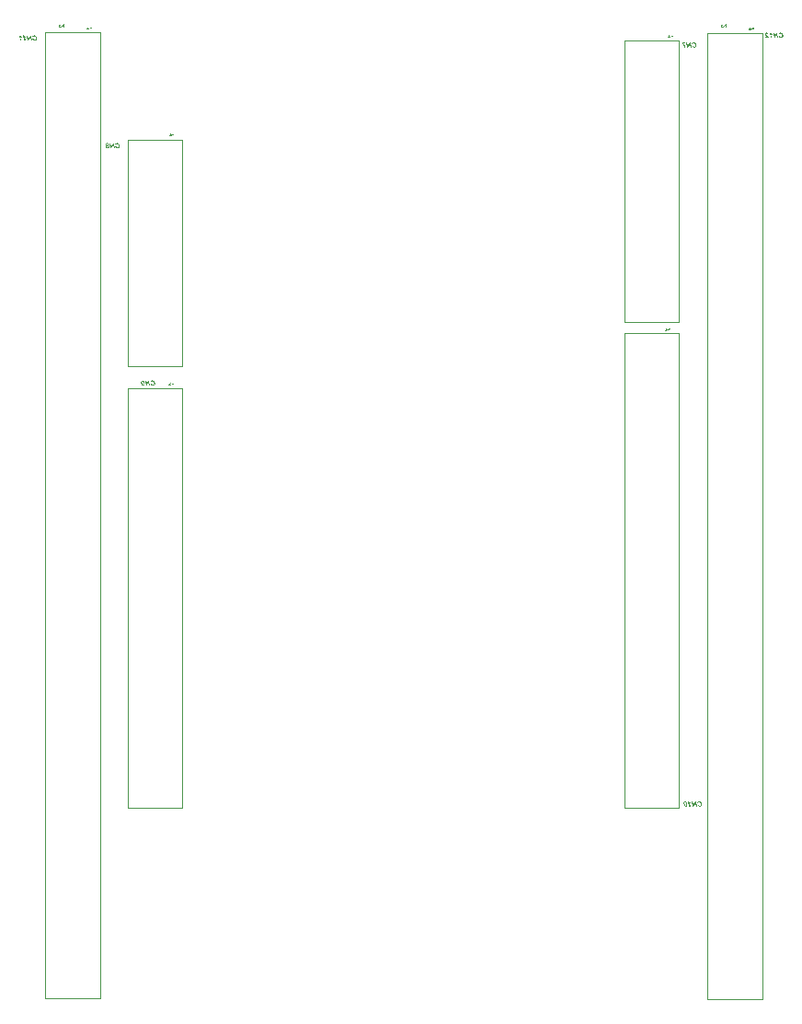
<source format=gbo>
G04*
G04 #@! TF.GenerationSoftware,Altium Limited,Altium Designer,21.9.2 (33)*
G04*
G04 Layer_Color=32896*
%FSTAX24Y24*%
%MOIN*%
G70*
G04*
G04 #@! TF.SameCoordinates,13D17465-D8B6-41DB-B493-114FC984BDD6*
G04*
G04*
G04 #@! TF.FilePolarity,Positive*
G04*
G01*
G75*
%ADD21C,0.0047*%
G36*
X036338Y049735D02*
X036342Y049735D01*
X03635Y049733D01*
X036357Y049731D01*
X03636Y049729D01*
X036363Y049728D01*
X036365Y049727D01*
X036368Y049725D01*
X03637Y049724D01*
X036371Y049723D01*
X036372Y049722D01*
X036373Y049721D01*
X036374Y049721D01*
X036374Y049721D01*
X036377Y049718D01*
X03638Y049715D01*
X036384Y049709D01*
X036388Y049702D01*
X03639Y049695D01*
X036391Y049692D01*
X036392Y049689D01*
X036393Y049687D01*
X036394Y049684D01*
X036394Y049683D01*
X036394Y049681D01*
X036395Y04968D01*
Y04968D01*
X036358Y049675D01*
X036357Y049681D01*
X036355Y049686D01*
X036353Y04969D01*
X036352Y049693D01*
X03635Y049696D01*
X036349Y049697D01*
X036348Y049699D01*
X036348Y049699D01*
X036346Y049701D01*
X036343Y049703D01*
X03634Y049704D01*
X036338Y049705D01*
X036336Y049706D01*
X036334Y049706D01*
X036332D01*
X036329Y049706D01*
X036327Y049705D01*
X036324Y049704D01*
X036322Y049703D01*
X03632Y049702D01*
X036319Y049701D01*
X036318Y0497D01*
X036318Y0497D01*
X036316Y049697D01*
X036315Y049695D01*
X036314Y049692D01*
X036313Y049689D01*
X036313Y049687D01*
X036312Y049686D01*
Y049684D01*
Y049684D01*
X036313Y049682D01*
X036313Y049679D01*
X036313Y049677D01*
X036314Y049675D01*
X036315Y049673D01*
X036315Y049672D01*
X036316Y049671D01*
X036316Y04967D01*
X036317Y049668D01*
X036319Y049665D01*
X036321Y049661D01*
X036323Y049659D01*
X036325Y049656D01*
X036327Y049654D01*
X036328Y049653D01*
X036328Y049653D01*
X036329Y049652D01*
X036331Y04965D01*
X036334Y049647D01*
X036338Y049643D01*
X036342Y049639D01*
X036346Y049635D01*
X03635Y049632D01*
X036351Y04963D01*
X036352Y049629D01*
X036352Y049629D01*
X036353Y049629D01*
X036357Y049624D01*
X036362Y04962D01*
X036365Y049616D01*
X036369Y049612D01*
X036372Y049609D01*
X036375Y049606D01*
X036378Y049604D01*
X03638Y049601D01*
X036382Y049599D01*
X036384Y049598D01*
X036385Y049596D01*
X036386Y049595D01*
X036388Y049593D01*
X036388Y049593D01*
X036391Y049589D01*
X036395Y049584D01*
X036397Y049581D01*
X0364Y049577D01*
X036402Y049574D01*
X036403Y049571D01*
X036404Y04957D01*
X036404Y04957D01*
Y049569D01*
X036406Y049565D01*
X036408Y04956D01*
X036409Y049555D01*
X036411Y049551D01*
X036411Y049548D01*
X036412Y049545D01*
Y049544D01*
X036412Y049543D01*
Y049543D01*
Y049542D01*
X036296D01*
X036289Y049577D01*
X036355D01*
X036351Y049581D01*
X03635Y049584D01*
X036348Y049586D01*
X036347Y049587D01*
X036346Y049588D01*
X036345Y049589D01*
X036345Y049589D01*
X036342Y049592D01*
X036339Y049595D01*
X036335Y049599D01*
X036331Y049602D01*
X036327Y049606D01*
X036324Y049609D01*
X036323Y04961D01*
X036322Y049611D01*
X036322Y049611D01*
X036321Y049611D01*
X036315Y049617D01*
X03631Y049622D01*
X036306Y049627D01*
X036302Y04963D01*
X036299Y049633D01*
X036297Y049635D01*
X036296Y049636D01*
X036296Y049637D01*
X036292Y049641D01*
X036289Y049646D01*
X036286Y04965D01*
X036284Y049653D01*
X036282Y049657D01*
X036281Y049659D01*
X036281Y04966D01*
X03628Y049661D01*
X036279Y049665D01*
X036278Y049669D01*
X036277Y049673D01*
X036276Y049676D01*
X036276Y049679D01*
X036276Y049682D01*
Y049683D01*
Y049684D01*
X036276Y049688D01*
X036276Y049692D01*
X036278Y049699D01*
X036281Y049705D01*
X036283Y049711D01*
X036285Y049713D01*
X036286Y049715D01*
X036288Y049716D01*
X036289Y049718D01*
X03629Y049719D01*
X036291Y04972D01*
X036291Y04972D01*
X036291Y04972D01*
X036294Y049723D01*
X036297Y049725D01*
X036301Y049727D01*
X036304Y049729D01*
X036311Y049732D01*
X036318Y049733D01*
X036321Y049734D01*
X036324Y049734D01*
X036327Y049735D01*
X036329Y049735D01*
X036331Y049735D01*
X036333D01*
X036338Y049735D01*
D02*
G37*
G36*
X036469Y04973D02*
X036475Y049725D01*
X036481Y04972D01*
X036487Y049716D01*
X036493Y049711D01*
X036499Y049707D01*
X036505Y049703D01*
X036511Y0497D01*
X036517Y049697D01*
X036522Y049694D01*
X036527Y049692D01*
X036531Y04969D01*
X036534Y049688D01*
X036536Y049687D01*
X036538Y049686D01*
X036538Y049686D01*
X036539D01*
X036546Y049652D01*
X036541Y049653D01*
X036537Y049655D01*
X036532Y049656D01*
X036528Y049658D01*
X036524Y049659D01*
X036521Y04966D01*
X03652Y04966D01*
X036519Y049661D01*
X036519Y049661D01*
X036519D01*
X036513Y049663D01*
X036508Y049666D01*
X036503Y049668D01*
X036499Y04967D01*
X036496Y049672D01*
X036493Y049674D01*
X036492Y049675D01*
X036491Y049675D01*
X036519Y049542D01*
X036482D01*
X036441Y049735D01*
X036464D01*
X036469Y04973D01*
D02*
G37*
G36*
X036759Y049542D02*
X036723D01*
X036696Y049671D01*
X036644Y049542D01*
X036607D01*
X036567Y049734D01*
X036603D01*
X036631Y049606D01*
X036683Y049734D01*
X036719D01*
X036759Y049542D01*
D02*
G37*
G36*
X036843Y049737D02*
X036848Y049737D01*
X036857Y049735D01*
X036866Y049733D01*
X03687Y049732D01*
X036874Y04973D01*
X036877Y049729D01*
X03688Y049728D01*
X036883Y049726D01*
X036885Y049725D01*
X036886Y049724D01*
X036888Y049724D01*
X036889Y049723D01*
X036889Y049723D01*
X036893Y04972D01*
X036897Y049717D01*
X036905Y049711D01*
X036911Y049704D01*
X036916Y049697D01*
X036918Y049694D01*
X03692Y049691D01*
X036922Y049688D01*
X036923Y049686D01*
X036924Y049684D01*
X036925Y049683D01*
X036926Y049682D01*
X036926Y049681D01*
X036928Y049676D01*
X03693Y049671D01*
X036933Y049661D01*
X036936Y049651D01*
X036937Y049646D01*
X036937Y049641D01*
X036938Y049637D01*
X036938Y049634D01*
X036939Y04963D01*
Y049627D01*
X036939Y049625D01*
Y049623D01*
Y049622D01*
Y049622D01*
X036939Y049614D01*
X036938Y049607D01*
X036937Y049601D01*
X036936Y049595D01*
X036934Y049589D01*
X036933Y049584D01*
X036931Y04958D01*
X036929Y049576D01*
X036927Y049572D01*
X036925Y049569D01*
X036924Y049566D01*
X036922Y049564D01*
X036921Y049562D01*
X03692Y049561D01*
X036919Y04956D01*
X036919Y04956D01*
X036915Y049556D01*
X036911Y049553D01*
X036907Y04955D01*
X036902Y049548D01*
X036898Y049546D01*
X036893Y049544D01*
X036888Y049543D01*
X036884Y049542D01*
X03688Y04954D01*
X036876Y04954D01*
X036873Y049539D01*
X03687Y049539D01*
X036867D01*
X036866Y049539D01*
X036864D01*
X036858Y049539D01*
X036853Y04954D01*
X036847Y04954D01*
X036842Y049542D01*
X036838Y049543D01*
X036833Y049544D01*
X036829Y049546D01*
X036825Y049547D01*
X036822Y049549D01*
X036819Y04955D01*
X036816Y049552D01*
X036814Y049553D01*
X036812Y049554D01*
X036811Y049555D01*
X03681Y049555D01*
X03681Y049556D01*
X036806Y049559D01*
X036801Y049563D01*
X036795Y049571D01*
X036788Y049579D01*
X036783Y049587D01*
X036781Y04959D01*
X03678Y049594D01*
X036778Y049597D01*
X036777Y0496D01*
X036776Y049602D01*
X036775Y049604D01*
X036775Y049605D01*
Y049605D01*
X036814Y049611D01*
X036817Y049604D01*
X03682Y049598D01*
X036823Y049593D01*
X036826Y049589D01*
X036829Y049586D01*
X036831Y049583D01*
X036833Y049582D01*
X036833Y049581D01*
X036834D01*
X036839Y049578D01*
X036843Y049576D01*
X036848Y049574D01*
X036852Y049573D01*
X036856Y049572D01*
X036859Y049572D01*
X03686Y049572D01*
X036862D01*
X036865Y049572D01*
X036867Y049572D01*
X036873Y049574D01*
X036877Y049576D01*
X036881Y049578D01*
X036885Y04958D01*
X036887Y049582D01*
X036888Y049584D01*
X036889Y049584D01*
X036893Y049589D01*
X036895Y049595D01*
X036897Y049601D01*
X036898Y049607D01*
X036899Y049612D01*
X036899Y049614D01*
Y049616D01*
X0369Y049618D01*
Y049619D01*
Y04962D01*
Y04962D01*
X036899Y049628D01*
X036898Y049635D01*
X036897Y049643D01*
X036896Y049649D01*
X036895Y049652D01*
X036894Y049654D01*
X036893Y049657D01*
X036893Y049658D01*
X036892Y04966D01*
X036892Y049661D01*
X036891Y049662D01*
Y049662D01*
X036888Y04967D01*
X036884Y049676D01*
X03688Y049681D01*
X036877Y049686D01*
X036874Y049689D01*
X036871Y049691D01*
X036869Y049693D01*
X036869Y049693D01*
X036869D01*
X036863Y049697D01*
X036858Y049699D01*
X036853Y049701D01*
X036848Y049702D01*
X036844Y049703D01*
X036841Y049703D01*
X03684Y049704D01*
X036838D01*
X036833Y049703D01*
X036828Y049702D01*
X036824Y049701D01*
X036821Y0497D01*
X036818Y049698D01*
X036816Y049697D01*
X036815Y049696D01*
X036814Y049696D01*
X036811Y049693D01*
X036809Y049689D01*
X036807Y049685D01*
X036805Y049681D01*
X036804Y049677D01*
X036803Y049675D01*
X036803Y049673D01*
Y049673D01*
X036802Y049672D01*
Y049672D01*
X036765Y049675D01*
X036765Y049681D01*
X036767Y049686D01*
X036768Y04969D01*
X03677Y049695D01*
X036772Y049699D01*
X036773Y049702D01*
X036775Y049706D01*
X036777Y049709D01*
X036779Y049712D01*
X036781Y049714D01*
X036783Y049716D01*
X036784Y049718D01*
X036786Y049719D01*
X036786Y04972D01*
X036787Y04972D01*
X036787Y049721D01*
X036791Y049724D01*
X036795Y049726D01*
X036799Y049729D01*
X036803Y04973D01*
X036808Y049732D01*
X036812Y049734D01*
X03682Y049735D01*
X036823Y049736D01*
X036827Y049737D01*
X03683Y049737D01*
X036832Y049737D01*
X036835Y049738D01*
X036838D01*
X036843Y049737D01*
D02*
G37*
G36*
X035757Y049925D02*
X035756Y049921D01*
X035754Y049916D01*
X035753Y049912D01*
X035752Y049908D01*
X035751Y049905D01*
X03575Y049904D01*
X03575Y049903D01*
X03575Y049903D01*
Y049903D01*
X035747Y049897D01*
X035745Y049892D01*
X035742Y049887D01*
X03574Y049883D01*
X035738Y04988D01*
X035737Y049877D01*
X035736Y049876D01*
X035736Y049876D01*
X035868Y049903D01*
Y049866D01*
X035675Y049825D01*
Y049848D01*
X035681Y049853D01*
X035686Y049859D01*
X03569Y049865D01*
X035695Y049871D01*
X035699Y049877D01*
X035703Y049883D01*
X035707Y049889D01*
X035711Y049895D01*
X035714Y049901D01*
X035717Y049906D01*
X035719Y049911D01*
X035721Y049915D01*
X035723Y049918D01*
X035724Y04992D01*
X035724Y049922D01*
X035725Y049922D01*
Y049923D01*
X035758Y04993D01*
X035757Y049925D01*
D02*
G37*
G36*
X034874Y049922D02*
X03484Y049915D01*
Y049981D01*
X034835Y049977D01*
X034833Y049975D01*
X034831Y049974D01*
X03483Y049972D01*
X034828Y049971D01*
X034828Y049971D01*
X034827Y04997D01*
X034825Y049968D01*
X034821Y049964D01*
X034818Y049961D01*
X034814Y049957D01*
X03481Y049953D01*
X034808Y04995D01*
X034807Y049949D01*
X034806Y049948D01*
X034805Y049947D01*
X034805Y049947D01*
X034799Y049941D01*
X034794Y049936D01*
X03479Y049931D01*
X034786Y049928D01*
X034784Y049925D01*
X034782Y049923D01*
X03478Y049922D01*
X03478Y049922D01*
X034775Y049918D01*
X034771Y049915D01*
X034767Y049912D01*
X034763Y04991D01*
X03476Y049908D01*
X034758Y049907D01*
X034756Y049906D01*
X034756Y049906D01*
X034751Y049905D01*
X034747Y049903D01*
X034743Y049903D01*
X03474Y049902D01*
X034737Y049902D01*
X034735Y049902D01*
X034733D01*
X034733D01*
X034729Y049902D01*
X034725Y049902D01*
X034718Y049904D01*
X034711Y049906D01*
X034706Y049909D01*
X034704Y049911D01*
X034702Y049912D01*
X0347Y049913D01*
X034699Y049915D01*
X034697Y049916D01*
X034697Y049916D01*
X034696Y049917D01*
X034696Y049917D01*
X034694Y04992D01*
X034691Y049923D01*
X034689Y049926D01*
X034687Y04993D01*
X034685Y049937D01*
X034683Y049944D01*
X034682Y049947D01*
X034682Y04995D01*
X034682Y049952D01*
X034682Y049955D01*
X034681Y049957D01*
Y049959D01*
X034682Y049964D01*
X034682Y049968D01*
X034684Y049976D01*
X034686Y049983D01*
X034687Y049986D01*
X034689Y049988D01*
X03469Y049991D01*
X034691Y049993D01*
X034692Y049995D01*
X034694Y049997D01*
X034694Y049998D01*
X034695Y049999D01*
X034695Y05D01*
X034696Y05D01*
X034699Y050003D01*
X034702Y050005D01*
X034708Y05001D01*
X034715Y050013D01*
X034722Y050016D01*
X034725Y050017D01*
X034727Y050018D01*
X03473Y050019D01*
X034732Y05002D01*
X034734Y05002D01*
X034735Y05002D01*
X034736Y05002D01*
X034736D01*
X034742Y049984D01*
X034736Y049982D01*
X034731Y049981D01*
X034727Y049979D01*
X034723Y049977D01*
X034721Y049976D01*
X034719Y049975D01*
X034718Y049974D01*
X034718Y049974D01*
X034715Y049971D01*
X034714Y049969D01*
X034712Y049966D01*
X034712Y049964D01*
X034711Y049961D01*
X034711Y04996D01*
Y049958D01*
X034711Y049955D01*
X034712Y049952D01*
X034713Y04995D01*
X034714Y049948D01*
X034715Y049946D01*
X034716Y049945D01*
X034717Y049944D01*
X034717Y049944D01*
X034719Y049942D01*
X034722Y049941D01*
X034725Y049939D01*
X034727Y049939D01*
X034729Y049938D01*
X034731Y049938D01*
X034732D01*
X034733D01*
X034735Y049938D01*
X034737Y049939D01*
X03474Y049939D01*
X034742Y04994D01*
X034743Y049941D01*
X034745Y049941D01*
X034746Y049941D01*
X034746Y049942D01*
X034749Y049943D01*
X034752Y049945D01*
X034755Y049947D01*
X034758Y049949D01*
X03476Y049951D01*
X034762Y049953D01*
X034763Y049954D01*
X034764Y049954D01*
X034765Y049955D01*
X034766Y049957D01*
X03477Y04996D01*
X034774Y049964D01*
X034778Y049968D01*
X034782Y049972D01*
X034785Y049975D01*
X034786Y049977D01*
X034787Y049978D01*
X034788Y049978D01*
X034788Y049979D01*
X034792Y049983D01*
X034797Y049987D01*
X0348Y049991D01*
X034804Y049995D01*
X034807Y049998D01*
X03481Y050001D01*
X034813Y050004D01*
X034815Y050006D01*
X034817Y050008D01*
X034819Y05001D01*
X03482Y050011D01*
X034822Y050012D01*
X034823Y050013D01*
X034824Y050014D01*
X034828Y050017D01*
X034832Y05002D01*
X034836Y050023D01*
X03484Y050026D01*
X034843Y050028D01*
X034845Y050029D01*
X034847Y05003D01*
X034847Y05003D01*
X034847D01*
X034852Y050032D01*
X034857Y050034D01*
X034861Y050035D01*
X034866Y050036D01*
X034869Y050037D01*
X034872Y050038D01*
X034873D01*
X034874Y050038D01*
X034874D01*
X034874D01*
Y049922D01*
D02*
G37*
G36*
X009419Y04963D02*
X009425Y049625D01*
X009431Y04962D01*
X009437Y049616D01*
X009443Y049611D01*
X009449Y049607D01*
X009455Y049603D01*
X009461Y0496D01*
X009467Y049597D01*
X009472Y049594D01*
X009477Y049592D01*
X009481Y04959D01*
X009484Y049588D01*
X009486Y049587D01*
X009488Y049586D01*
X009488Y049586D01*
X009489D01*
X009496Y049552D01*
X009491Y049553D01*
X009487Y049555D01*
X009482Y049556D01*
X009478Y049558D01*
X009474Y049559D01*
X009471Y04956D01*
X00947Y04956D01*
X009469Y049561D01*
X009469Y049561D01*
X009469D01*
X009463Y049563D01*
X009458Y049566D01*
X009453Y049568D01*
X009449Y04957D01*
X009446Y049572D01*
X009443Y049574D01*
X009442Y049575D01*
X009441Y049575D01*
X009469Y049442D01*
X009431D01*
X009391Y049635D01*
X009414D01*
X009419Y04963D01*
D02*
G37*
G36*
X00927D02*
X009276Y049625D01*
X009282Y04962D01*
X009288Y049616D01*
X009294Y049611D01*
X0093Y049607D01*
X009306Y049603D01*
X009312Y0496D01*
X009318Y049597D01*
X009323Y049594D01*
X009328Y049592D01*
X009332Y04959D01*
X009335Y049588D01*
X009337Y049587D01*
X009339Y049586D01*
X009339Y049586D01*
X00934D01*
X009347Y049552D01*
X009342Y049553D01*
X009338Y049555D01*
X009333Y049556D01*
X009329Y049558D01*
X009325Y049559D01*
X009322Y04956D01*
X009321Y04956D01*
X00932Y049561D01*
X00932Y049561D01*
X00932D01*
X009314Y049563D01*
X009309Y049566D01*
X009304Y049568D01*
X0093Y04957D01*
X009297Y049572D01*
X009294Y049574D01*
X009293Y049575D01*
X009292Y049575D01*
X00932Y049442D01*
X009282D01*
X009242Y049635D01*
X009265D01*
X00927Y04963D01*
D02*
G37*
G36*
X009709Y049442D02*
X009673D01*
X009646Y049571D01*
X009594Y049442D01*
X009557D01*
X009517Y049634D01*
X009553D01*
X009581Y049506D01*
X009633Y049634D01*
X009669D01*
X009709Y049442D01*
D02*
G37*
G36*
X009793Y049637D02*
X009798Y049637D01*
X009807Y049635D01*
X009816Y049633D01*
X00982Y049632D01*
X009824Y04963D01*
X009827Y049629D01*
X00983Y049628D01*
X009833Y049626D01*
X009835Y049625D01*
X009836Y049624D01*
X009838Y049624D01*
X009839Y049623D01*
X009839Y049623D01*
X009843Y04962D01*
X009847Y049617D01*
X009855Y049611D01*
X009861Y049604D01*
X009866Y049597D01*
X009868Y049594D01*
X00987Y049591D01*
X009872Y049588D01*
X009873Y049586D01*
X009874Y049584D01*
X009875Y049583D01*
X009876Y049582D01*
X009876Y049581D01*
X009878Y049576D01*
X00988Y049571D01*
X009883Y049561D01*
X009886Y049551D01*
X009887Y049546D01*
X009887Y049541D01*
X009888Y049537D01*
X009888Y049534D01*
X009889Y04953D01*
Y049527D01*
X009889Y049525D01*
Y049523D01*
Y049522D01*
Y049522D01*
X009889Y049514D01*
X009888Y049507D01*
X009887Y049501D01*
X009886Y049495D01*
X009884Y049489D01*
X009883Y049484D01*
X009881Y04948D01*
X009879Y049476D01*
X009877Y049472D01*
X009875Y049469D01*
X009874Y049466D01*
X009872Y049464D01*
X009871Y049462D01*
X00987Y049461D01*
X009869Y04946D01*
X009869Y04946D01*
X009865Y049456D01*
X009861Y049453D01*
X009857Y04945D01*
X009852Y049448D01*
X009848Y049446D01*
X009843Y049444D01*
X009838Y049443D01*
X009834Y049442D01*
X00983Y04944D01*
X009826Y04944D01*
X009823Y049439D01*
X00982Y049439D01*
X009817D01*
X009816Y049439D01*
X009814D01*
X009808Y049439D01*
X009803Y04944D01*
X009797Y04944D01*
X009792Y049442D01*
X009788Y049443D01*
X009783Y049444D01*
X009779Y049446D01*
X009775Y049447D01*
X009772Y049449D01*
X009769Y04945D01*
X009766Y049452D01*
X009764Y049453D01*
X009762Y049454D01*
X009761Y049455D01*
X00976Y049455D01*
X00976Y049456D01*
X009756Y049459D01*
X009751Y049463D01*
X009745Y049471D01*
X009738Y049479D01*
X009733Y049487D01*
X009731Y04949D01*
X00973Y049494D01*
X009728Y049497D01*
X009727Y0495D01*
X009726Y049502D01*
X009725Y049504D01*
X009725Y049505D01*
Y049505D01*
X009764Y049511D01*
X009767Y049504D01*
X00977Y049498D01*
X009773Y049493D01*
X009776Y049489D01*
X009779Y049486D01*
X009781Y049483D01*
X009783Y049482D01*
X009783Y049481D01*
X009784D01*
X009789Y049478D01*
X009793Y049476D01*
X009798Y049474D01*
X009802Y049473D01*
X009806Y049472D01*
X009809Y049472D01*
X00981Y049472D01*
X009812D01*
X009815Y049472D01*
X009817Y049472D01*
X009823Y049474D01*
X009827Y049476D01*
X009831Y049478D01*
X009835Y04948D01*
X009837Y049482D01*
X009838Y049484D01*
X009839Y049484D01*
X009843Y049489D01*
X009845Y049495D01*
X009847Y049501D01*
X009848Y049507D01*
X009849Y049512D01*
X00985Y049514D01*
Y049516D01*
X00985Y049518D01*
Y049519D01*
Y04952D01*
Y04952D01*
X00985Y049528D01*
X009848Y049535D01*
X009847Y049543D01*
X009846Y049549D01*
X009845Y049552D01*
X009844Y049554D01*
X009843Y049556D01*
X009843Y049558D01*
X009842Y04956D01*
X009842Y049561D01*
X009841Y049562D01*
Y049562D01*
X009838Y04957D01*
X009834Y049576D01*
X00983Y049581D01*
X009827Y049586D01*
X009824Y049589D01*
X009821Y049591D01*
X009819Y049593D01*
X009819Y049593D01*
X009819D01*
X009813Y049597D01*
X009808Y049599D01*
X009803Y049601D01*
X009798Y049602D01*
X009794Y049603D01*
X009791Y049603D01*
X00979Y049604D01*
X009788D01*
X009783Y049603D01*
X009778Y049602D01*
X009774Y049601D01*
X009771Y0496D01*
X009768Y049598D01*
X009766Y049597D01*
X009765Y049596D01*
X009764Y049596D01*
X009761Y049593D01*
X009759Y049589D01*
X009757Y049585D01*
X009755Y049581D01*
X009754Y049577D01*
X009753Y049575D01*
X009753Y049573D01*
Y049573D01*
X009752Y049572D01*
Y049572D01*
X009715Y049575D01*
X009715Y049581D01*
X009717Y049586D01*
X009718Y04959D01*
X00972Y049595D01*
X009722Y049599D01*
X009723Y049602D01*
X009725Y049606D01*
X009727Y049609D01*
X009729Y049612D01*
X009731Y049614D01*
X009733Y049616D01*
X009734Y049618D01*
X009736Y049619D01*
X009736Y04962D01*
X009737Y04962D01*
X009737Y049621D01*
X009741Y049624D01*
X009745Y049626D01*
X009749Y049629D01*
X009753Y04963D01*
X009758Y049632D01*
X009762Y049634D01*
X00977Y049635D01*
X009773Y049636D01*
X009777Y049637D01*
X00978Y049637D01*
X009782Y049637D01*
X009785Y049638D01*
X009788D01*
X009793Y049637D01*
D02*
G37*
G36*
X011757Y049935D02*
X011756Y049931D01*
X011754Y049926D01*
X011753Y049922D01*
X011752Y049918D01*
X011751Y049915D01*
X01175Y049914D01*
X01175Y049913D01*
X01175Y049913D01*
Y049913D01*
X011747Y049907D01*
X011745Y049902D01*
X011742Y049897D01*
X01174Y049893D01*
X011738Y04989D01*
X011737Y049887D01*
X011736Y049886D01*
X011736Y049885D01*
X011868Y049913D01*
Y049875D01*
X011675Y049835D01*
Y049858D01*
X011681Y049863D01*
X011686Y049868D01*
X01169Y049875D01*
X011695Y049881D01*
X011699Y049887D01*
X011703Y049893D01*
X011707Y049899D01*
X011711Y049905D01*
X011714Y049911D01*
X011717Y049916D01*
X011719Y049921D01*
X011721Y049924D01*
X011723Y049928D01*
X011724Y04993D01*
X011724Y049932D01*
X011725Y049932D01*
Y049932D01*
X011758Y04994D01*
X011757Y049935D01*
D02*
G37*
G36*
X010874Y049932D02*
X01084Y049924D01*
Y049991D01*
X010835Y049987D01*
X010833Y049985D01*
X010831Y049984D01*
X01083Y049982D01*
X010828Y049981D01*
X010828Y049981D01*
X010827Y04998D01*
X010825Y049978D01*
X010821Y049974D01*
X010818Y04997D01*
X010814Y049966D01*
X01081Y049963D01*
X010808Y04996D01*
X010807Y049959D01*
X010806Y049958D01*
X010805Y049957D01*
X010805Y049957D01*
X010799Y049951D01*
X010794Y049946D01*
X01079Y049941D01*
X010786Y049938D01*
X010784Y049935D01*
X010782Y049933D01*
X01078Y049932D01*
X01078Y049932D01*
X010775Y049928D01*
X010771Y049925D01*
X010767Y049922D01*
X010763Y04992D01*
X01076Y049918D01*
X010758Y049917D01*
X010756Y049916D01*
X010756Y049916D01*
X010751Y049914D01*
X010747Y049913D01*
X010743Y049912D01*
X01074Y049912D01*
X010737Y049912D01*
X010735Y049911D01*
X010733D01*
X010733D01*
X010729Y049912D01*
X010725Y049912D01*
X010718Y049914D01*
X010711Y049916D01*
X010706Y049919D01*
X010704Y04992D01*
X010702Y049922D01*
X0107Y049923D01*
X010699Y049924D01*
X010697Y049925D01*
X010697Y049926D01*
X010696Y049927D01*
X010696Y049927D01*
X010694Y04993D01*
X010691Y049933D01*
X010689Y049936D01*
X010687Y04994D01*
X010685Y049947D01*
X010683Y049954D01*
X010682Y049957D01*
X010682Y04996D01*
X010682Y049962D01*
X010682Y049965D01*
X010681Y049966D01*
Y049969D01*
X010682Y049973D01*
X010682Y049978D01*
X010684Y049986D01*
X010686Y049993D01*
X010687Y049996D01*
X010689Y049998D01*
X01069Y050001D01*
X010691Y050003D01*
X010692Y050005D01*
X010694Y050007D01*
X010694Y050008D01*
X010695Y050009D01*
X010695Y050009D01*
X010696Y05001D01*
X010699Y050012D01*
X010702Y050015D01*
X010708Y05002D01*
X010715Y050023D01*
X010722Y050026D01*
X010725Y050027D01*
X010727Y050028D01*
X01073Y050029D01*
X010732Y050029D01*
X010734Y05003D01*
X010735Y05003D01*
X010736Y05003D01*
X010736D01*
X010742Y049994D01*
X010736Y049992D01*
X010731Y049991D01*
X010726Y049989D01*
X010723Y049987D01*
X010721Y049986D01*
X010719Y049985D01*
X010718Y049984D01*
X010718Y049984D01*
X010715Y049981D01*
X010714Y049978D01*
X010712Y049976D01*
X010712Y049973D01*
X010711Y049971D01*
X010711Y04997D01*
Y049968D01*
X010711Y049965D01*
X010712Y049962D01*
X010713Y04996D01*
X010714Y049958D01*
X010715Y049956D01*
X010716Y049955D01*
X010717Y049954D01*
X010717Y049954D01*
X010719Y049952D01*
X010722Y04995D01*
X010725Y049949D01*
X010727Y049949D01*
X010729Y049948D01*
X010731Y049948D01*
X010732D01*
X010733D01*
X010735Y049948D01*
X010737Y049948D01*
X01074Y049949D01*
X010742Y04995D01*
X010743Y04995D01*
X010745Y049951D01*
X010746Y049951D01*
X010746Y049952D01*
X010749Y049953D01*
X010752Y049955D01*
X010755Y049957D01*
X010758Y049959D01*
X01076Y049961D01*
X010762Y049963D01*
X010763Y049964D01*
X010764Y049964D01*
X010765Y049965D01*
X010766Y049966D01*
X01077Y04997D01*
X010774Y049974D01*
X010778Y049978D01*
X010782Y049982D01*
X010785Y049985D01*
X010786Y049986D01*
X010787Y049988D01*
X010788Y049988D01*
X010788Y049988D01*
X010792Y049993D01*
X010797Y049997D01*
X0108Y050001D01*
X010804Y050005D01*
X010807Y050008D01*
X01081Y050011D01*
X010813Y050014D01*
X010815Y050016D01*
X010817Y050018D01*
X010819Y050019D01*
X01082Y050021D01*
X010822Y050022D01*
X010823Y050023D01*
X010824Y050024D01*
X010828Y050027D01*
X010832Y05003D01*
X010836Y050033D01*
X01084Y050035D01*
X010843Y050037D01*
X010845Y050039D01*
X010847Y05004D01*
X010847Y05004D01*
X010847D01*
X010852Y050042D01*
X010857Y050044D01*
X010861Y050045D01*
X010866Y050046D01*
X010869Y050047D01*
X010872Y050048D01*
X010873D01*
X010874Y050048D01*
X010874D01*
X010874D01*
Y049932D01*
D02*
G37*
G36*
X033519Y02188D02*
X033525Y021875D01*
X033531Y02187D01*
X033537Y021865D01*
X033543Y021861D01*
X033549Y021857D01*
X033555Y021853D01*
X033561Y02185D01*
X033567Y021847D01*
X033572Y021844D01*
X033577Y021842D01*
X033581Y02184D01*
X033584Y021838D01*
X033586Y021837D01*
X033588Y021836D01*
X033588Y021836D01*
X033589D01*
X033596Y021802D01*
X033591Y021803D01*
X033587Y021805D01*
X033582Y021806D01*
X033578Y021808D01*
X033574Y021809D01*
X033571Y02181D01*
X03357Y02181D01*
X033569Y021811D01*
X033569Y021811D01*
X033569D01*
X033563Y021813D01*
X033558Y021816D01*
X033553Y021818D01*
X033549Y02182D01*
X033546Y021822D01*
X033543Y021824D01*
X033542Y021825D01*
X033541Y021825D01*
X033569Y021692D01*
X033531D01*
X033491Y021885D01*
X033514D01*
X033519Y02188D01*
D02*
G37*
G36*
X033809Y021692D02*
X033773D01*
X033746Y021821D01*
X033694Y021692D01*
X033657D01*
X033617Y021884D01*
X033653D01*
X033681Y021756D01*
X033733Y021884D01*
X033769D01*
X033809Y021692D01*
D02*
G37*
G36*
X033893Y021887D02*
X033898Y021887D01*
X033907Y021885D01*
X033916Y021883D01*
X03392Y021882D01*
X033924Y02188D01*
X033927Y021879D01*
X03393Y021878D01*
X033933Y021876D01*
X033935Y021875D01*
X033936Y021874D01*
X033938Y021874D01*
X033939Y021873D01*
X033939Y021873D01*
X033943Y02187D01*
X033947Y021867D01*
X033955Y021861D01*
X033961Y021854D01*
X033966Y021847D01*
X033968Y021844D01*
X03397Y021841D01*
X033972Y021838D01*
X033973Y021836D01*
X033974Y021834D01*
X033975Y021833D01*
X033976Y021832D01*
X033976Y021831D01*
X033978Y021826D01*
X03398Y021821D01*
X033983Y021811D01*
X033986Y021801D01*
X033987Y021796D01*
X033987Y021791D01*
X033988Y021787D01*
X033988Y021784D01*
X033989Y02178D01*
Y021777D01*
X033989Y021775D01*
Y021773D01*
Y021772D01*
Y021772D01*
X033989Y021764D01*
X033988Y021757D01*
X033987Y021751D01*
X033986Y021745D01*
X033984Y021739D01*
X033983Y021734D01*
X033981Y02173D01*
X033979Y021726D01*
X033977Y021722D01*
X033975Y021719D01*
X033974Y021716D01*
X033972Y021714D01*
X033971Y021712D01*
X03397Y021711D01*
X033969Y02171D01*
X033969Y02171D01*
X033965Y021706D01*
X033961Y021703D01*
X033957Y0217D01*
X033952Y021698D01*
X033948Y021696D01*
X033943Y021694D01*
X033938Y021693D01*
X033934Y021692D01*
X03393Y02169D01*
X033926Y02169D01*
X033923Y021689D01*
X03392Y021689D01*
X033917D01*
X033916Y021689D01*
X033914D01*
X033908Y021689D01*
X033903Y02169D01*
X033897Y02169D01*
X033892Y021692D01*
X033888Y021693D01*
X033883Y021694D01*
X033879Y021696D01*
X033875Y021697D01*
X033872Y021699D01*
X033869Y0217D01*
X033866Y021702D01*
X033864Y021703D01*
X033862Y021704D01*
X033861Y021705D01*
X03386Y021705D01*
X03386Y021706D01*
X033856Y021709D01*
X033851Y021713D01*
X033845Y021721D01*
X033838Y021729D01*
X033833Y021737D01*
X033831Y02174D01*
X03383Y021744D01*
X033828Y021747D01*
X033827Y02175D01*
X033826Y021752D01*
X033825Y021754D01*
X033825Y021755D01*
Y021755D01*
X033864Y021761D01*
X033867Y021754D01*
X03387Y021748D01*
X033873Y021743D01*
X033876Y021739D01*
X033879Y021736D01*
X033881Y021733D01*
X033883Y021732D01*
X033883Y021731D01*
X033884D01*
X033889Y021728D01*
X033893Y021726D01*
X033898Y021724D01*
X033902Y021723D01*
X033906Y021722D01*
X033909Y021722D01*
X03391Y021722D01*
X033912D01*
X033915Y021722D01*
X033917Y021722D01*
X033923Y021724D01*
X033927Y021726D01*
X033931Y021728D01*
X033935Y02173D01*
X033937Y021732D01*
X033938Y021734D01*
X033939Y021734D01*
X033943Y021739D01*
X033945Y021745D01*
X033947Y021751D01*
X033948Y021757D01*
X033949Y021762D01*
X033949Y021764D01*
Y021766D01*
X03395Y021768D01*
Y021769D01*
Y02177D01*
Y02177D01*
X033949Y021778D01*
X033948Y021785D01*
X033947Y021793D01*
X033946Y021799D01*
X033945Y021802D01*
X033944Y021804D01*
X033943Y021806D01*
X033943Y021808D01*
X033942Y02181D01*
X033942Y021811D01*
X033941Y021812D01*
Y021812D01*
X033938Y02182D01*
X033934Y021826D01*
X03393Y021831D01*
X033927Y021836D01*
X033924Y021839D01*
X033921Y021841D01*
X033919Y021843D01*
X033919Y021843D01*
X033919D01*
X033913Y021847D01*
X033908Y021849D01*
X033903Y021851D01*
X033898Y021852D01*
X033894Y021853D01*
X033891Y021853D01*
X03389Y021854D01*
X033888D01*
X033883Y021853D01*
X033878Y021852D01*
X033874Y021851D01*
X033871Y02185D01*
X033868Y021848D01*
X033866Y021847D01*
X033865Y021846D01*
X033864Y021846D01*
X033861Y021843D01*
X033859Y021839D01*
X033857Y021835D01*
X033855Y021831D01*
X033854Y021827D01*
X033853Y021825D01*
X033853Y021823D01*
Y021823D01*
X033852Y021822D01*
Y021822D01*
X033815Y021825D01*
X033815Y021831D01*
X033817Y021836D01*
X033818Y02184D01*
X03382Y021845D01*
X033822Y021849D01*
X033823Y021852D01*
X033825Y021856D01*
X033827Y021859D01*
X033829Y021862D01*
X033831Y021864D01*
X033833Y021866D01*
X033834Y021868D01*
X033836Y021869D01*
X033836Y02187D01*
X033837Y02187D01*
X033837Y021871D01*
X033841Y021874D01*
X033845Y021876D01*
X033849Y021879D01*
X033853Y02188D01*
X033858Y021882D01*
X033862Y021884D01*
X03387Y021885D01*
X033873Y021886D01*
X033877Y021887D01*
X03388Y021887D01*
X033882Y021887D01*
X033885Y021888D01*
X033888D01*
X033893Y021887D01*
D02*
G37*
G36*
X033383Y021885D02*
X033387Y021884D01*
X033391Y021884D01*
X033395Y021882D01*
X033402Y02188D01*
X033409Y021876D01*
X033411Y021875D01*
X033414Y021873D01*
X033416Y021872D01*
X033418Y02187D01*
X033419Y021869D01*
X03342Y021868D01*
X033421Y021868D01*
X033421Y021867D01*
X033424Y021864D01*
X033428Y02186D01*
X033431Y021856D01*
X033434Y021851D01*
X033439Y021843D01*
X033443Y021834D01*
X033445Y02183D01*
X033447Y021826D01*
X033449Y021822D01*
X03345Y021819D01*
X033451Y021817D01*
X033451Y021815D01*
X033452Y021814D01*
X033452Y021813D01*
X033455Y021802D01*
X033458Y021792D01*
X033459Y021782D01*
X03346Y021777D01*
X033461Y021773D01*
X033461Y021769D01*
X033461Y021765D01*
X033461Y021762D01*
Y021759D01*
X033462Y021757D01*
Y021756D01*
Y021755D01*
Y021754D01*
X033461Y021749D01*
X033461Y021743D01*
X03346Y021738D01*
X033459Y021733D01*
X033458Y021729D01*
X033457Y021725D01*
X033456Y021721D01*
X033454Y021718D01*
X033453Y021715D01*
X033451Y021713D01*
X03345Y021711D01*
X033449Y021709D01*
X033448Y021707D01*
X033447Y021707D01*
X033447Y021706D01*
X033447Y021706D01*
X033444Y021703D01*
X033441Y0217D01*
X033438Y021698D01*
X033434Y021696D01*
X033431Y021694D01*
X033428Y021693D01*
X033422Y021691D01*
X033416Y02169D01*
X033414Y021689D01*
X033412Y021689D01*
X03341Y021689D01*
X033408D01*
X033404Y021689D01*
X0334Y02169D01*
X033395Y02169D01*
X033392Y021692D01*
X033385Y021694D01*
X033378Y021698D01*
X033376Y021699D01*
X033373Y021701D01*
X033371Y021702D01*
X033369Y021703D01*
X033368Y021705D01*
X033367Y021705D01*
X033366Y021706D01*
X033366Y021706D01*
X033363Y02171D01*
X033359Y021713D01*
X033354Y021721D01*
X033349Y02173D01*
X033344Y021738D01*
X033343Y021742D01*
X033341Y021745D01*
X03334Y021748D01*
X033338Y021751D01*
X033338Y021753D01*
X033337Y021755D01*
X033336Y021756D01*
Y021756D01*
X033333Y021769D01*
X03333Y02178D01*
X033329Y021785D01*
X033328Y021791D01*
X033327Y021795D01*
X033327Y0218D01*
X033326Y021804D01*
X033326Y021808D01*
X033326Y021811D01*
Y021814D01*
X033325Y021816D01*
Y021818D01*
Y021819D01*
Y021819D01*
X033326Y021825D01*
X033326Y02183D01*
X033327Y021835D01*
X033328Y02184D01*
X033329Y021844D01*
X03333Y021849D01*
X033332Y021852D01*
X033333Y021856D01*
X033335Y021859D01*
X033336Y021861D01*
X033337Y021863D01*
X033338Y021865D01*
X033339Y021866D01*
X03334Y021867D01*
X03334Y021868D01*
X033341Y021868D01*
X033343Y021871D01*
X033346Y021874D01*
X03335Y021876D01*
X033353Y021878D01*
X033356Y02188D01*
X033359Y021881D01*
X033365Y021883D01*
X033371Y021884D01*
X033373Y021885D01*
X033375Y021885D01*
X033377Y021885D01*
X033379D01*
X033383Y021885D01*
D02*
G37*
G36*
X03274Y039034D02*
X032738Y039029D01*
X032737Y039025D01*
X032736Y039021D01*
X032734Y039017D01*
X032733Y039014D01*
X032733Y039013D01*
X032733Y039012D01*
X032732Y039012D01*
Y039011D01*
X03273Y039006D01*
X032727Y039001D01*
X032725Y038996D01*
X032723Y038992D01*
X032721Y038989D01*
X03272Y038986D01*
X032719Y038985D01*
X032718Y038984D01*
X032851Y039012D01*
Y038974D01*
X032658Y038934D01*
Y038957D01*
X032663Y038962D01*
X032668Y038967D01*
X032673Y038973D01*
X032678Y03898D01*
X032682Y038986D01*
X032686Y038992D01*
X03269Y038998D01*
X032693Y039004D01*
X032697Y039009D01*
X032699Y039015D01*
X032702Y039019D01*
X032704Y039023D01*
X032705Y039027D01*
X032707Y039029D01*
X032707Y039031D01*
X032707Y039031D01*
Y039031D01*
X032741Y039039D01*
X03274Y039034D01*
D02*
G37*
G36*
X013994Y036941D02*
X013958D01*
X01393Y037069D01*
X013878Y036941D01*
X013842D01*
X013802Y037132D01*
X013838D01*
X013865Y037004D01*
X013917Y037132D01*
X013954D01*
X013994Y036941D01*
D02*
G37*
G36*
X013724Y037133D02*
X013729Y037132D01*
X013734Y037131D01*
X013739Y03713D01*
X013743Y037128D01*
X013747Y037126D01*
X013751Y037124D01*
X013754Y037122D01*
X013758Y03712D01*
X01376Y037118D01*
X013762Y037116D01*
X013764Y037114D01*
X013766Y037113D01*
X013767Y037112D01*
X013767Y037111D01*
X013767Y03711D01*
X013771Y037106D01*
X013774Y037102D01*
X013776Y037097D01*
X013778Y037092D01*
X01378Y037088D01*
X013781Y037084D01*
X013784Y037076D01*
X013784Y037072D01*
X013785Y037069D01*
X013785Y037066D01*
X013785Y037063D01*
X013786Y037061D01*
Y037059D01*
Y037058D01*
Y037058D01*
X013785Y037053D01*
X013785Y037049D01*
X013784Y037044D01*
X013784Y037041D01*
X013782Y037037D01*
X013781Y037033D01*
X01378Y03703D01*
X013779Y037027D01*
X013777Y037025D01*
X013776Y037023D01*
X013775Y037021D01*
X013774Y037019D01*
X013773Y037018D01*
X013772Y037017D01*
X013772Y037017D01*
X013771Y037017D01*
X013769Y037014D01*
X013766Y037012D01*
X013763Y03701D01*
X013759Y037008D01*
X013753Y037005D01*
X013748Y037004D01*
X013743Y037002D01*
X01374Y037002D01*
X013738Y037002D01*
X013737Y037002D01*
X013735D01*
X01373Y037002D01*
X013725Y037003D01*
X013721Y037004D01*
X013717Y037005D01*
X013713Y037007D01*
X013711Y037008D01*
X01371Y037009D01*
X013709Y037009D01*
X01371Y037005D01*
X013712Y037001D01*
X013713Y036997D01*
X013714Y036994D01*
X013716Y03699D01*
X013717Y036988D01*
X013719Y036985D01*
X01372Y036983D01*
X013721Y036981D01*
X013722Y036979D01*
X013725Y036976D01*
X013726Y036975D01*
X013726Y036974D01*
X013729Y036972D01*
X013732Y03697D01*
X013735Y036969D01*
X013737Y036968D01*
X01374Y036967D01*
X013741Y036967D01*
X013743D01*
X013746Y036967D01*
X013748Y036968D01*
X01375Y036968D01*
X013752Y036969D01*
X013753Y03697D01*
X013754Y036971D01*
X013755Y036971D01*
X013755Y036971D01*
X013756Y036973D01*
X013758Y036976D01*
X013759Y036981D01*
X01376Y036984D01*
X01376Y036985D01*
X01376Y036987D01*
Y036987D01*
X013795Y036984D01*
X013794Y036976D01*
X013793Y036969D01*
X01379Y036964D01*
X013788Y036959D01*
X013785Y036955D01*
X013784Y036953D01*
X013783Y036952D01*
X013782Y036951D01*
X013782Y03695D01*
X013781Y03695D01*
Y036949D01*
X013779Y036947D01*
X013776Y036945D01*
X01377Y036942D01*
X013764Y03694D01*
X013758Y036939D01*
X013753Y036938D01*
X013751Y036937D01*
X013749D01*
X013748Y036937D01*
X013746D01*
X013739Y036937D01*
X013733Y036939D01*
X013726Y03694D01*
X013721Y036943D01*
X013715Y036945D01*
X01371Y036948D01*
X013706Y036952D01*
X013702Y036955D01*
X013698Y036958D01*
X013695Y036961D01*
X013692Y036964D01*
X01369Y036967D01*
X013688Y036969D01*
X013687Y036971D01*
X013686Y036972D01*
X013686Y036973D01*
X013682Y03698D01*
X013678Y036987D01*
X013675Y036994D01*
X013672Y037002D01*
X01367Y037009D01*
X013668Y037016D01*
X013667Y037023D01*
X013666Y03703D01*
X013665Y037036D01*
X013664Y037042D01*
X013664Y037047D01*
X013663Y037052D01*
Y037055D01*
X013663Y037058D01*
Y037059D01*
Y03706D01*
Y03706D01*
Y03706D01*
X013663Y037066D01*
X013663Y037072D01*
X013664Y037078D01*
X013665Y037083D01*
X013666Y037087D01*
X013667Y037092D01*
X013669Y037096D01*
X01367Y037099D01*
X013671Y037103D01*
X013673Y037105D01*
X013674Y037108D01*
X013675Y03711D01*
X013676Y037112D01*
X013677Y037113D01*
X013677Y037113D01*
X013677Y037113D01*
X01368Y037117D01*
X013683Y03712D01*
X013686Y037123D01*
X01369Y037125D01*
X013693Y037127D01*
X013697Y037128D01*
X0137Y03713D01*
X013703Y037131D01*
X013706Y037132D01*
X013709Y037132D01*
X013712Y037133D01*
X013714Y037133D01*
X013716Y037133D01*
X013718D01*
X013724Y037133D01*
D02*
G37*
G36*
X014078Y037136D02*
X014083Y037135D01*
X014092Y037134D01*
X014101Y037131D01*
X014105Y03713D01*
X014108Y037129D01*
X014112Y037127D01*
X014115Y037126D01*
X014117Y037125D01*
X01412Y037123D01*
X014121Y037123D01*
X014123Y037122D01*
X014123Y037122D01*
X014124Y037121D01*
X014128Y037118D01*
X014132Y037115D01*
X014139Y037109D01*
X014146Y037102D01*
X014151Y037095D01*
X014153Y037092D01*
X014155Y037089D01*
X014157Y037086D01*
X014158Y037084D01*
X014159Y037082D01*
X01416Y037081D01*
X01416Y03708D01*
X014161Y03708D01*
X014163Y037074D01*
X014165Y037069D01*
X014168Y037059D01*
X01417Y037049D01*
X014171Y037044D01*
X014172Y03704D01*
X014172Y037035D01*
X014173Y037032D01*
X014173Y037028D01*
Y037025D01*
X014174Y037023D01*
Y037021D01*
Y03702D01*
Y03702D01*
X014173Y037012D01*
X014173Y037006D01*
X014172Y036999D01*
X014171Y036993D01*
X014169Y036988D01*
X014167Y036982D01*
X014166Y036978D01*
X014164Y036974D01*
X014162Y03697D01*
X01416Y036967D01*
X014158Y036964D01*
X014157Y036962D01*
X014156Y03696D01*
X014155Y036959D01*
X014154Y036958D01*
X014154Y036958D01*
X01415Y036954D01*
X014146Y036951D01*
X014141Y036948D01*
X014137Y036946D01*
X014132Y036944D01*
X014128Y036942D01*
X014123Y036941D01*
X014119Y03694D01*
X014115Y036939D01*
X014111Y036938D01*
X014108Y036938D01*
X014105Y036937D01*
X014102D01*
X0141Y036937D01*
X014099D01*
X014093Y036937D01*
X014087Y036938D01*
X014082Y036939D01*
X014077Y03694D01*
X014072Y036941D01*
X014068Y036942D01*
X014064Y036944D01*
X01406Y036946D01*
X014057Y036947D01*
X014053Y036949D01*
X014051Y03695D01*
X014049Y036951D01*
X014047Y036952D01*
X014046Y036953D01*
X014045Y036954D01*
X014044Y036954D01*
X01404Y036957D01*
X014036Y036961D01*
X014029Y036969D01*
X014023Y036977D01*
X014018Y036985D01*
X014016Y036989D01*
X014014Y036992D01*
X014013Y036995D01*
X014012Y036998D01*
X01401Y037D01*
X01401Y037002D01*
X014009Y037003D01*
Y037003D01*
X014049Y037009D01*
X014052Y037002D01*
X014055Y036996D01*
X014058Y036991D01*
X014061Y036987D01*
X014064Y036984D01*
X014066Y036982D01*
X014068Y03698D01*
X014068Y03698D01*
X014068D01*
X014073Y036976D01*
X014078Y036974D01*
X014083Y036972D01*
X014087Y036971D01*
X014091Y036971D01*
X014094Y03697D01*
X014095Y03697D01*
X014096D01*
X014099Y03697D01*
X014102Y036971D01*
X014107Y036972D01*
X014112Y036974D01*
X014116Y036976D01*
X014119Y036979D01*
X014122Y036981D01*
X014123Y036982D01*
X014124Y036982D01*
X014127Y036988D01*
X01413Y036994D01*
X014132Y036999D01*
X014133Y037005D01*
X014134Y03701D01*
X014134Y037012D01*
Y037014D01*
X014135Y037016D01*
Y037017D01*
Y037018D01*
Y037018D01*
X014134Y037026D01*
X014133Y037034D01*
X014132Y037041D01*
X01413Y037047D01*
X01413Y03705D01*
X014129Y037053D01*
X014128Y037055D01*
X014128Y037057D01*
X014127Y037058D01*
X014126Y037059D01*
X014126Y03706D01*
Y03706D01*
X014123Y037068D01*
X014119Y037074D01*
X014115Y03708D01*
X014112Y037084D01*
X014108Y037087D01*
X014106Y03709D01*
X014104Y037091D01*
X014104Y037092D01*
X014103D01*
X014098Y037095D01*
X014093Y037097D01*
X014088Y037099D01*
X014083Y0371D01*
X014079Y037101D01*
X014076Y037102D01*
X014075Y037102D01*
X014073D01*
X014068Y037102D01*
X014063Y037101D01*
X014059Y037099D01*
X014056Y037098D01*
X014053Y037097D01*
X014051Y037095D01*
X014049Y037094D01*
X014049Y037094D01*
X014046Y037091D01*
X014044Y037087D01*
X014041Y037083D01*
X01404Y037079D01*
X014038Y037076D01*
X014038Y037073D01*
X014037Y037072D01*
Y037071D01*
X014037Y03707D01*
Y03707D01*
X013999Y037074D01*
X014Y037079D01*
X014001Y037084D01*
X014003Y037089D01*
X014004Y037093D01*
X014006Y037097D01*
X014008Y037101D01*
X01401Y037104D01*
X014012Y037107D01*
X014014Y03711D01*
X014016Y037112D01*
X014018Y037114D01*
X014019Y037116D01*
X01402Y037117D01*
X014021Y037118D01*
X014022Y037119D01*
X014022Y037119D01*
X014026Y037122D01*
X01403Y037125D01*
X014034Y037127D01*
X014038Y037129D01*
X014042Y03713D01*
X014046Y037132D01*
X014054Y037134D01*
X014058Y037135D01*
X014062Y037135D01*
X014065Y037135D01*
X014067Y037136D01*
X014069Y037136D01*
X014072D01*
X014078Y037136D01*
D02*
G37*
G36*
X014742Y037046D02*
X01474Y037041D01*
X014739Y037036D01*
X014738Y037032D01*
X014736Y037029D01*
X014735Y037026D01*
X014735Y037025D01*
X014735Y037024D01*
X014734Y037023D01*
Y037023D01*
X014732Y037018D01*
X014729Y037012D01*
X014727Y037008D01*
X014725Y037004D01*
X014723Y037D01*
X014722Y036998D01*
X01472Y036997D01*
X01472Y036996D01*
X014853Y037024D01*
Y036986D01*
X01466Y036946D01*
Y036968D01*
X014665Y036974D01*
X01467Y036979D01*
X014675Y036985D01*
X01468Y036991D01*
X014684Y036997D01*
X014688Y037004D01*
X014692Y03701D01*
X014695Y037016D01*
X014699Y037021D01*
X014701Y037027D01*
X014704Y037031D01*
X014706Y037035D01*
X014707Y037038D01*
X014709Y037041D01*
X014709Y037043D01*
X014709Y037043D01*
Y037043D01*
X014743Y03705D01*
X014742Y037046D01*
D02*
G37*
G36*
X012709Y045542D02*
X012673D01*
X012646Y045671D01*
X012594Y045542D01*
X012557D01*
X012517Y045734D01*
X012553D01*
X012581Y045606D01*
X012633Y045734D01*
X012669D01*
X012709Y045542D01*
D02*
G37*
G36*
X012793Y045737D02*
X012798Y045737D01*
X012807Y045735D01*
X012816Y045733D01*
X01282Y045732D01*
X012824Y04573D01*
X012827Y045729D01*
X01283Y045728D01*
X012833Y045726D01*
X012835Y045725D01*
X012836Y045724D01*
X012838Y045724D01*
X012839Y045723D01*
X012839Y045723D01*
X012843Y04572D01*
X012847Y045717D01*
X012855Y045711D01*
X012861Y045704D01*
X012866Y045697D01*
X012868Y045694D01*
X01287Y045691D01*
X012872Y045688D01*
X012873Y045686D01*
X012874Y045684D01*
X012875Y045683D01*
X012876Y045682D01*
X012876Y045681D01*
X012878Y045676D01*
X01288Y045671D01*
X012883Y045661D01*
X012886Y045651D01*
X012887Y045646D01*
X012887Y045641D01*
X012888Y045637D01*
X012888Y045634D01*
X012889Y04563D01*
Y045627D01*
X012889Y045625D01*
Y045623D01*
Y045622D01*
Y045622D01*
X012889Y045614D01*
X012888Y045607D01*
X012887Y045601D01*
X012886Y045595D01*
X012884Y045589D01*
X012883Y045584D01*
X012881Y04558D01*
X012879Y045576D01*
X012877Y045572D01*
X012875Y045569D01*
X012874Y045566D01*
X012872Y045564D01*
X012871Y045562D01*
X01287Y045561D01*
X012869Y04556D01*
X012869Y04556D01*
X012865Y045556D01*
X012861Y045553D01*
X012857Y04555D01*
X012852Y045548D01*
X012848Y045546D01*
X012843Y045544D01*
X012838Y045543D01*
X012834Y045542D01*
X01283Y04554D01*
X012826Y04554D01*
X012823Y045539D01*
X01282Y045539D01*
X012817D01*
X012816Y045539D01*
X012814D01*
X012808Y045539D01*
X012803Y04554D01*
X012797Y04554D01*
X012792Y045542D01*
X012788Y045543D01*
X012783Y045544D01*
X012779Y045546D01*
X012775Y045547D01*
X012772Y045549D01*
X012769Y04555D01*
X012766Y045552D01*
X012764Y045553D01*
X012762Y045554D01*
X012761Y045555D01*
X01276Y045555D01*
X01276Y045556D01*
X012756Y045559D01*
X012751Y045563D01*
X012745Y045571D01*
X012738Y045579D01*
X012733Y045587D01*
X012731Y04559D01*
X01273Y045594D01*
X012728Y045597D01*
X012727Y0456D01*
X012726Y045602D01*
X012725Y045604D01*
X012725Y045605D01*
Y045605D01*
X012764Y045611D01*
X012767Y045604D01*
X01277Y045598D01*
X012773Y045593D01*
X012776Y045589D01*
X012779Y045586D01*
X012781Y045583D01*
X012783Y045582D01*
X012783Y045581D01*
X012784D01*
X012789Y045578D01*
X012793Y045576D01*
X012798Y045574D01*
X012802Y045573D01*
X012806Y045572D01*
X012809Y045572D01*
X01281Y045572D01*
X012812D01*
X012815Y045572D01*
X012817Y045572D01*
X012823Y045574D01*
X012827Y045576D01*
X012831Y045578D01*
X012835Y04558D01*
X012837Y045582D01*
X012838Y045584D01*
X012839Y045584D01*
X012843Y045589D01*
X012845Y045595D01*
X012847Y045601D01*
X012848Y045607D01*
X012849Y045612D01*
X012849Y045614D01*
Y045616D01*
X01285Y045618D01*
Y045619D01*
Y04562D01*
Y04562D01*
X012849Y045628D01*
X012848Y045635D01*
X012847Y045643D01*
X012846Y045649D01*
X012845Y045652D01*
X012844Y045654D01*
X012843Y045656D01*
X012843Y045658D01*
X012842Y04566D01*
X012842Y045661D01*
X012841Y045662D01*
Y045662D01*
X012838Y04567D01*
X012834Y045676D01*
X01283Y045681D01*
X012827Y045686D01*
X012824Y045689D01*
X012821Y045691D01*
X012819Y045693D01*
X012819Y045693D01*
X012819D01*
X012813Y045697D01*
X012808Y045699D01*
X012803Y045701D01*
X012798Y045702D01*
X012794Y045703D01*
X012791Y045703D01*
X01279Y045704D01*
X012788D01*
X012783Y045703D01*
X012778Y045702D01*
X012774Y045701D01*
X012771Y0457D01*
X012768Y045698D01*
X012766Y045697D01*
X012765Y045696D01*
X012764Y045696D01*
X012761Y045693D01*
X012759Y045689D01*
X012757Y045685D01*
X012755Y045681D01*
X012754Y045677D01*
X012753Y045675D01*
X012753Y045673D01*
Y045673D01*
X012752Y045672D01*
Y045672D01*
X012715Y045675D01*
X012715Y045681D01*
X012717Y045686D01*
X012718Y04569D01*
X01272Y045695D01*
X012722Y045699D01*
X012723Y045702D01*
X012725Y045706D01*
X012727Y045709D01*
X012729Y045712D01*
X012731Y045714D01*
X012733Y045716D01*
X012734Y045718D01*
X012736Y045719D01*
X012736Y04572D01*
X012737Y04572D01*
X012737Y045721D01*
X012741Y045724D01*
X012745Y045726D01*
X012749Y045729D01*
X012753Y04573D01*
X012758Y045732D01*
X012762Y045734D01*
X01277Y045735D01*
X012773Y045736D01*
X012777Y045737D01*
X01278Y045737D01*
X012782Y045737D01*
X012785Y045738D01*
X012788D01*
X012793Y045737D01*
D02*
G37*
G36*
X012437Y045735D02*
X012443Y045734D01*
X012448Y045733D01*
X012453Y045732D01*
X012457Y04573D01*
X01246Y045729D01*
X012461Y045729D01*
X012462Y045728D01*
X012462Y045728D01*
X012462D01*
X012467Y045725D01*
X012471Y045721D01*
X012475Y045718D01*
X012478Y045715D01*
X01248Y045712D01*
X012482Y04571D01*
X012483Y045708D01*
X012483Y045708D01*
Y045707D01*
X012486Y045703D01*
X012487Y045698D01*
X012489Y045694D01*
X012489Y04569D01*
X01249Y045687D01*
X01249Y045685D01*
Y045683D01*
Y045683D01*
Y045683D01*
X01249Y045679D01*
X012489Y045675D01*
X012489Y045671D01*
X012488Y045669D01*
X012487Y045666D01*
X012486Y045665D01*
X012486Y045663D01*
X012485Y045663D01*
X012483Y04566D01*
X012481Y045657D01*
X012478Y045654D01*
X012476Y045652D01*
X012474Y04565D01*
X012472Y045649D01*
X012471Y045648D01*
X01247Y045648D01*
X012477Y045645D01*
X012482Y045642D01*
X012487Y045638D01*
X012492Y045634D01*
X012495Y045631D01*
X012497Y045629D01*
X012498Y045627D01*
X012499Y045627D01*
X012499Y045626D01*
Y045626D01*
X012503Y04562D01*
X012505Y045614D01*
X012507Y045609D01*
X012509Y045603D01*
X012509Y045599D01*
X01251Y045597D01*
Y045595D01*
X01251Y045594D01*
Y045593D01*
Y045592D01*
Y045592D01*
X01251Y045588D01*
X012509Y045583D01*
X012507Y045576D01*
X012505Y04557D01*
X012502Y045564D01*
X012501Y045562D01*
X012499Y04556D01*
X012498Y045558D01*
X012497Y045557D01*
X012496Y045555D01*
X012495Y045555D01*
X012495Y045554D01*
X012495Y045554D01*
X012492Y045551D01*
X012489Y045549D01*
X012485Y045547D01*
X012482Y045545D01*
X012475Y045542D01*
X012468Y045541D01*
X012466Y04554D01*
X012463Y04554D01*
X01246Y045539D01*
X012458Y045539D01*
X012456Y045539D01*
X012454D01*
X012448Y045539D01*
X012441Y04554D01*
X012436Y045541D01*
X012431Y045543D01*
X012426Y045545D01*
X012421Y045547D01*
X012417Y045549D01*
X012413Y045552D01*
X01241Y045554D01*
X012407Y045556D01*
X012405Y045558D01*
X012402Y04556D01*
X012401Y045562D01*
X0124Y045563D01*
X012399Y045564D01*
X012399Y045564D01*
X012396Y045568D01*
X012394Y045571D01*
X012392Y045575D01*
X012391Y045578D01*
X012388Y045584D01*
X012387Y045591D01*
X012386Y045594D01*
X012386Y045596D01*
X012385Y045598D01*
Y0456D01*
X012385Y045602D01*
Y045603D01*
Y045604D01*
Y045604D01*
X012385Y045609D01*
X012386Y045613D01*
X012387Y045617D01*
X012388Y04562D01*
X012389Y045623D01*
X01239Y045625D01*
X012391Y045627D01*
X012391Y045627D01*
X012393Y045631D01*
X012396Y045634D01*
X012399Y045637D01*
X012402Y04564D01*
X012404Y045642D01*
X012407Y045643D01*
X012408Y045645D01*
X012408Y045645D01*
X012409D01*
X012403Y045648D01*
X012398Y045651D01*
X012394Y045653D01*
X01239Y045656D01*
X012387Y045659D01*
X012386Y045661D01*
X012384Y045662D01*
X012384Y045663D01*
X012381Y045667D01*
X012379Y045671D01*
X012378Y045675D01*
X012377Y045679D01*
X012376Y045683D01*
X012376Y045685D01*
Y045686D01*
Y045687D01*
Y045688D01*
Y045688D01*
X012376Y045692D01*
X012376Y045695D01*
X012378Y045702D01*
X01238Y045707D01*
X012383Y045712D01*
X012386Y045716D01*
X012388Y045719D01*
X012389Y04572D01*
X01239Y045721D01*
X01239Y045721D01*
X01239Y045722D01*
X012393Y045724D01*
X012396Y045726D01*
X012399Y045728D01*
X012403Y045729D01*
X012409Y045732D01*
X012416Y045734D01*
X012419Y045734D01*
X012422Y045734D01*
X012424Y045735D01*
X012426D01*
X012428Y045735D01*
X01243D01*
X012437Y045735D01*
D02*
G37*
G36*
X014752Y046071D02*
X01475Y046067D01*
X014749Y046062D01*
X014747Y046058D01*
X014746Y046054D01*
X014745Y046051D01*
X014745Y04605D01*
X014744Y046049D01*
X014744Y046049D01*
Y046049D01*
X014742Y046043D01*
X014739Y046038D01*
X014737Y046033D01*
X014735Y046029D01*
X014733Y046026D01*
X014731Y046024D01*
X01473Y046022D01*
X01473Y046022D01*
X014863Y046049D01*
Y046012D01*
X01467Y045971D01*
Y045994D01*
X014675Y045999D01*
X01468Y046005D01*
X014685Y046011D01*
X01469Y046017D01*
X014694Y046023D01*
X014698Y046029D01*
X014702Y046035D01*
X014705Y046041D01*
X014708Y046047D01*
X014711Y046052D01*
X014713Y046057D01*
X014715Y046061D01*
X014717Y046064D01*
X014718Y046066D01*
X014719Y046068D01*
X014719Y046068D01*
Y046069D01*
X014753Y046076D01*
X014752Y046071D01*
D02*
G37*
G36*
X033609Y049192D02*
X033573D01*
X033546Y049321D01*
X033494Y049192D01*
X033457D01*
X033417Y049384D01*
X033453D01*
X033481Y049256D01*
X033533Y049384D01*
X033569D01*
X033609Y049192D01*
D02*
G37*
G36*
X033693Y049387D02*
X033698Y049387D01*
X033707Y049385D01*
X033716Y049383D01*
X03372Y049382D01*
X033724Y04938D01*
X033727Y049379D01*
X03373Y049378D01*
X033733Y049376D01*
X033735Y049375D01*
X033736Y049374D01*
X033738Y049374D01*
X033739Y049373D01*
X033739Y049373D01*
X033743Y04937D01*
X033747Y049367D01*
X033755Y049361D01*
X033761Y049354D01*
X033766Y049347D01*
X033768Y049344D01*
X03377Y049341D01*
X033772Y049338D01*
X033773Y049336D01*
X033774Y049334D01*
X033775Y049333D01*
X033776Y049332D01*
X033776Y049331D01*
X033778Y049326D01*
X03378Y049321D01*
X033783Y049311D01*
X033786Y049301D01*
X033787Y049296D01*
X033787Y049291D01*
X033788Y049287D01*
X033788Y049284D01*
X033789Y04928D01*
Y049277D01*
X033789Y049275D01*
Y049273D01*
Y049272D01*
Y049272D01*
X033789Y049264D01*
X033788Y049257D01*
X033787Y049251D01*
X033786Y049245D01*
X033784Y049239D01*
X033783Y049234D01*
X033781Y04923D01*
X033779Y049226D01*
X033777Y049222D01*
X033775Y049219D01*
X033774Y049216D01*
X033772Y049214D01*
X033771Y049212D01*
X03377Y049211D01*
X033769Y04921D01*
X033769Y04921D01*
X033765Y049206D01*
X033761Y049203D01*
X033757Y0492D01*
X033752Y049198D01*
X033748Y049196D01*
X033743Y049194D01*
X033738Y049193D01*
X033734Y049192D01*
X03373Y04919D01*
X033726Y04919D01*
X033723Y049189D01*
X03372Y049189D01*
X033717D01*
X033716Y049189D01*
X033714D01*
X033708Y049189D01*
X033703Y04919D01*
X033697Y04919D01*
X033692Y049192D01*
X033688Y049193D01*
X033683Y049194D01*
X033679Y049196D01*
X033675Y049197D01*
X033672Y049199D01*
X033669Y0492D01*
X033666Y049202D01*
X033664Y049203D01*
X033662Y049204D01*
X033661Y049205D01*
X03366Y049205D01*
X03366Y049206D01*
X033656Y049209D01*
X033651Y049213D01*
X033645Y049221D01*
X033638Y049229D01*
X033633Y049237D01*
X033631Y04924D01*
X03363Y049244D01*
X033628Y049247D01*
X033627Y04925D01*
X033626Y049252D01*
X033625Y049254D01*
X033625Y049255D01*
Y049255D01*
X033664Y049261D01*
X033667Y049254D01*
X03367Y049248D01*
X033673Y049243D01*
X033676Y049239D01*
X033679Y049236D01*
X033681Y049233D01*
X033683Y049232D01*
X033683Y049231D01*
X033684D01*
X033689Y049228D01*
X033693Y049226D01*
X033698Y049224D01*
X033702Y049223D01*
X033706Y049222D01*
X033709Y049222D01*
X03371Y049222D01*
X033712D01*
X033715Y049222D01*
X033717Y049222D01*
X033723Y049224D01*
X033727Y049226D01*
X033731Y049228D01*
X033735Y04923D01*
X033737Y049232D01*
X033738Y049234D01*
X033739Y049234D01*
X033743Y049239D01*
X033745Y049245D01*
X033747Y049251D01*
X033748Y049257D01*
X033749Y049262D01*
X033749Y049264D01*
Y049266D01*
X03375Y049268D01*
Y049269D01*
Y04927D01*
Y04927D01*
X033749Y049278D01*
X033748Y049285D01*
X033747Y049293D01*
X033746Y049299D01*
X033745Y049302D01*
X033744Y049304D01*
X033743Y049307D01*
X033743Y049308D01*
X033742Y04931D01*
X033742Y049311D01*
X033741Y049312D01*
Y049312D01*
X033738Y04932D01*
X033734Y049326D01*
X03373Y049331D01*
X033727Y049336D01*
X033724Y049339D01*
X033721Y049341D01*
X033719Y049343D01*
X033719Y049343D01*
X033719D01*
X033713Y049347D01*
X033708Y049349D01*
X033703Y049351D01*
X033698Y049352D01*
X033694Y049353D01*
X033691Y049353D01*
X03369Y049354D01*
X033688D01*
X033683Y049353D01*
X033678Y049352D01*
X033674Y049351D01*
X033671Y04935D01*
X033668Y049348D01*
X033666Y049347D01*
X033665Y049346D01*
X033664Y049346D01*
X033661Y049343D01*
X033659Y049339D01*
X033657Y049335D01*
X033655Y049331D01*
X033654Y049327D01*
X033653Y049325D01*
X033653Y049323D01*
Y049323D01*
X033652Y049322D01*
Y049322D01*
X033615Y049325D01*
X033615Y049331D01*
X033617Y049336D01*
X033618Y04934D01*
X03362Y049345D01*
X033622Y049349D01*
X033623Y049352D01*
X033625Y049356D01*
X033627Y049359D01*
X033629Y049362D01*
X033631Y049364D01*
X033633Y049366D01*
X033634Y049368D01*
X033636Y049369D01*
X033636Y04937D01*
X033637Y04937D01*
X033637Y049371D01*
X033641Y049374D01*
X033645Y049376D01*
X033649Y049379D01*
X033653Y04938D01*
X033658Y049382D01*
X033662Y049384D01*
X03367Y049385D01*
X033673Y049386D01*
X033677Y049387D01*
X03368Y049387D01*
X033682Y049387D01*
X033685Y049388D01*
X033688D01*
X033693Y049387D01*
D02*
G37*
G36*
X0334Y049347D02*
X033318D01*
X033326Y049337D01*
X033334Y049327D01*
X03334Y049318D01*
X033343Y049313D01*
X033346Y049309D01*
X033348Y049305D01*
X033351Y049302D01*
X033353Y049299D01*
X033354Y049297D01*
X033355Y049294D01*
X033356Y049293D01*
X033357Y049292D01*
X033357Y049292D01*
X033363Y049281D01*
X033368Y04927D01*
X033372Y04926D01*
X033374Y049255D01*
X033376Y049251D01*
X033378Y049247D01*
X033379Y049243D01*
X033381Y04924D01*
X033382Y049237D01*
X033382Y049235D01*
X033383Y049233D01*
X033384Y049232D01*
Y049232D01*
X033387Y049223D01*
X033388Y049219D01*
X033389Y049215D01*
X03339Y049211D01*
X033391Y049208D01*
X033392Y049205D01*
X033392Y049203D01*
X033393Y0492D01*
X033394Y049198D01*
X033394Y049197D01*
X033394Y049195D01*
X033394Y049194D01*
X033395Y049193D01*
Y049193D01*
Y049192D01*
X033359D01*
X033358Y049195D01*
X033358Y049198D01*
X033356Y049205D01*
X033354Y049213D01*
X033351Y04922D01*
X03335Y049223D01*
X033349Y049226D01*
X033348Y049229D01*
X033347Y049232D01*
X033347Y049234D01*
X033346Y049235D01*
X033346Y049236D01*
Y049237D01*
X033343Y049245D01*
X033339Y049253D01*
X033336Y049261D01*
X033333Y049267D01*
X033331Y049271D01*
X03333Y049274D01*
X033328Y049276D01*
X033327Y049278D01*
X033327Y04928D01*
X033326Y049281D01*
X033325Y049282D01*
Y049282D01*
X033321Y049291D01*
X033316Y049299D01*
X033312Y049307D01*
X033309Y04931D01*
X033307Y049313D01*
X033305Y049316D01*
X033304Y049318D01*
X033302Y04932D01*
X033301Y049322D01*
X0333Y049324D01*
X033299Y049325D01*
X033299Y049325D01*
X033299Y049326D01*
X033293Y049333D01*
X033288Y049339D01*
X033284Y049344D01*
X03328Y049348D01*
X033276Y049351D01*
X033274Y049353D01*
X033272Y049354D01*
X033272Y049355D01*
X033266Y049382D01*
X033393D01*
X0334Y049347D01*
D02*
G37*
G36*
X032828Y049644D02*
X032827Y04964D01*
X032826Y049635D01*
X032824Y049631D01*
X032823Y049627D01*
X032822Y049624D01*
X032821Y049623D01*
X032821Y049622D01*
X032821Y049622D01*
Y049622D01*
X032818Y049616D01*
X032816Y049611D01*
X032814Y049606D01*
X032812Y049602D01*
X03281Y049599D01*
X032808Y049596D01*
X032807Y049595D01*
X032807Y049594D01*
X032939Y049622D01*
Y049584D01*
X032747Y049544D01*
Y049567D01*
X032752Y049572D01*
X032757Y049578D01*
X032762Y049584D01*
X032766Y04959D01*
X032771Y049596D01*
X032775Y049602D01*
X032779Y049608D01*
X032782Y049614D01*
X032785Y04962D01*
X032788Y049625D01*
X03279Y04963D01*
X032792Y049634D01*
X032794Y049637D01*
X032795Y049639D01*
X032796Y049641D01*
X032796Y049641D01*
Y049642D01*
X03283Y049649D01*
X032828Y049644D01*
D02*
G37*
%LPC*%
G36*
X033381Y021855D02*
X03338D01*
X033377Y021855D01*
X033375Y021854D01*
X033372Y021853D01*
X033371Y021852D01*
X033369Y021851D01*
X033368Y02185D01*
X033368Y021849D01*
X033367Y021849D01*
X033366Y021846D01*
X033364Y021843D01*
X033363Y021839D01*
X033363Y021836D01*
X033362Y021833D01*
X033362Y02183D01*
Y021828D01*
Y021828D01*
Y021828D01*
Y021825D01*
X033362Y021821D01*
X033363Y021813D01*
X033364Y021805D01*
X033365Y021797D01*
X033366Y021793D01*
X033367Y02179D01*
X033367Y021787D01*
X033368Y021785D01*
X033368Y021783D01*
X033369Y021781D01*
X033369Y02178D01*
Y02178D01*
X033371Y021773D01*
X033372Y021766D01*
X033374Y021761D01*
X033376Y021756D01*
X033377Y021751D01*
X033379Y021747D01*
X03338Y021743D01*
X033382Y02174D01*
X033383Y021737D01*
X033384Y021734D01*
X033386Y021733D01*
X033386Y021731D01*
X033387Y02173D01*
X033388Y021729D01*
X033388Y021729D01*
Y021728D01*
X033392Y021725D01*
X033395Y021723D01*
X033398Y021721D01*
X033401Y02172D01*
X033403Y021719D01*
X033405Y021719D01*
X033407Y021719D01*
X033407D01*
X03341Y021719D01*
X033413Y02172D01*
X033415Y021721D01*
X033417Y021722D01*
X033418Y021723D01*
X033419Y021724D01*
X03342Y021725D01*
X03342Y021725D01*
X033422Y021728D01*
X033423Y021731D01*
X033424Y021734D01*
X033425Y021738D01*
X033425Y021741D01*
X033425Y021744D01*
Y021745D01*
Y021746D01*
Y021746D01*
Y021747D01*
X033425Y021754D01*
X033424Y021763D01*
X033423Y021771D01*
X033422Y021779D01*
X033421Y021782D01*
X03342Y021786D01*
X03342Y021789D01*
X033419Y021791D01*
X033419Y021793D01*
X033418Y021795D01*
X033418Y021796D01*
Y021796D01*
X033417Y021803D01*
X033415Y021808D01*
X033413Y021814D01*
X033412Y021819D01*
X03341Y021823D01*
X033408Y021827D01*
X033407Y021831D01*
X033405Y021834D01*
X033404Y021837D01*
X033402Y021839D01*
X033401Y021841D01*
X0334Y021843D01*
X033399Y021844D01*
X033399Y021845D01*
X033398Y021845D01*
Y021846D01*
X033395Y021849D01*
X033392Y021851D01*
X033389Y021853D01*
X033386Y021854D01*
X033384Y021855D01*
X033382Y021855D01*
X033381Y021855D01*
D02*
G37*
G36*
X01372Y037104D02*
X01372D01*
X013717Y037103D01*
X013714Y037102D01*
X013711Y037101D01*
X013709Y0371D01*
X013707Y037099D01*
X013706Y037097D01*
X013705Y037096D01*
X013705Y037096D01*
X013703Y037093D01*
X013701Y037089D01*
X0137Y037086D01*
X0137Y037082D01*
X013699Y037079D01*
X013699Y037076D01*
Y037075D01*
Y037074D01*
Y037074D01*
Y037074D01*
X013699Y037069D01*
X013699Y037064D01*
X0137Y03706D01*
X013701Y037057D01*
X013702Y037054D01*
X013702Y037051D01*
X013703Y03705D01*
X013703Y037049D01*
Y037049D01*
X013705Y037045D01*
X013707Y037041D01*
X013708Y037038D01*
X01371Y037036D01*
X013712Y037034D01*
X013713Y037033D01*
X013714Y037032D01*
X013715Y037032D01*
X013717Y03703D01*
X01372Y037028D01*
X013722Y037028D01*
X013725Y037027D01*
X013726Y037026D01*
X013728Y037026D01*
X013729D01*
X013732Y037026D01*
X013735Y037027D01*
X013737Y037028D01*
X01374Y03703D01*
X013741Y037031D01*
X013742Y037032D01*
X013743Y037033D01*
X013743Y037033D01*
X013745Y037036D01*
X013747Y03704D01*
X013748Y037044D01*
X013748Y037047D01*
X013749Y037051D01*
X013749Y037053D01*
Y037054D01*
Y037055D01*
Y037055D01*
Y037056D01*
X013749Y037064D01*
X013748Y037071D01*
X013746Y037078D01*
X013744Y037083D01*
X013743Y037085D01*
X013742Y037087D01*
X013741Y037089D01*
X01374Y03709D01*
X01374Y037092D01*
X013739Y037092D01*
X013739Y037093D01*
Y037093D01*
X013736Y037097D01*
X013733Y037099D01*
X013729Y037101D01*
X013726Y037102D01*
X013724Y037103D01*
X013722Y037103D01*
X01372Y037104D01*
D02*
G37*
G36*
X012433Y045706D02*
X012431D01*
X012428Y045706D01*
X012425Y045706D01*
X012422Y045704D01*
X01242Y045704D01*
X012419Y045702D01*
X012418Y045701D01*
X012417Y045701D01*
X012417Y045701D01*
X012415Y045698D01*
X012413Y045696D01*
X012412Y045693D01*
X012412Y045691D01*
X012411Y045689D01*
X012411Y045687D01*
Y045686D01*
Y045685D01*
X012411Y045682D01*
X012412Y045678D01*
X012413Y045675D01*
X012415Y045673D01*
X012416Y04567D01*
X012417Y045669D01*
X012418Y045668D01*
X012418Y045667D01*
X012422Y045665D01*
X012425Y045663D01*
X012428Y045662D01*
X01243Y045661D01*
X012433Y04566D01*
X012435Y04566D01*
X012436D01*
X012439Y04566D01*
X012442Y045661D01*
X012445Y045661D01*
X012447Y045663D01*
X012448Y045664D01*
X01245Y045665D01*
X01245Y045665D01*
X012451Y045665D01*
X012452Y045668D01*
X012454Y04567D01*
X012454Y045673D01*
X012455Y045675D01*
X012456Y045677D01*
X012456Y045679D01*
Y04568D01*
Y04568D01*
X012456Y045684D01*
X012455Y045688D01*
X012454Y045691D01*
X012452Y045693D01*
X012451Y045696D01*
X01245Y045697D01*
X012449Y045698D01*
X012449Y045699D01*
X012446Y045701D01*
X012443Y045703D01*
X01244Y045704D01*
X012437Y045706D01*
X012435Y045706D01*
X012433Y045706D01*
D02*
G37*
G36*
X012443Y045631D02*
X012443D01*
X01244Y045631D01*
X012436Y04563D01*
X012434Y045629D01*
X012431Y045628D01*
X01243Y045627D01*
X012428Y045626D01*
X012428Y045625D01*
X012427Y045625D01*
X012425Y045622D01*
X012424Y04562D01*
X012423Y045617D01*
X012422Y045614D01*
X012422Y045612D01*
X012421Y045611D01*
Y045609D01*
Y045609D01*
X012422Y045603D01*
X012422Y045598D01*
X012424Y045593D01*
X012425Y045589D01*
X012427Y045586D01*
X012428Y045583D01*
X012429Y045581D01*
X012429Y045581D01*
Y045581D01*
X012431Y045579D01*
X012432Y045577D01*
X012436Y045573D01*
X01244Y045571D01*
X012443Y04557D01*
X012446Y045569D01*
X012449Y045568D01*
X012451Y045568D01*
X012451D01*
X012455Y045568D01*
X012458Y045569D01*
X01246Y04557D01*
X012463Y045571D01*
X012464Y045572D01*
X012466Y045573D01*
X012466Y045574D01*
X012467Y045574D01*
X012469Y045577D01*
X01247Y04558D01*
X012471Y045582D01*
X012472Y045585D01*
X012472Y045588D01*
X012472Y045589D01*
Y045591D01*
Y045591D01*
X012472Y045598D01*
X012471Y045603D01*
X01247Y045608D01*
X012468Y045612D01*
X012466Y045616D01*
X012465Y045618D01*
X012464Y045619D01*
X012464Y04562D01*
X01246Y045624D01*
X012456Y045626D01*
X012453Y045628D01*
X01245Y04563D01*
X012447Y04563D01*
X012445Y045631D01*
X012443Y045631D01*
D02*
G37*
%LPD*%
D21*
X034169Y014725D02*
Y049725D01*
Y014725D02*
X036169D01*
Y049725D01*
X034169D02*
X036169D01*
X010169Y014735D02*
Y049735D01*
Y014735D02*
X012169D01*
Y049735D01*
X010169D02*
X012169D01*
X031195Y021635D02*
X033144D01*
X031195D02*
Y038835D01*
X033144D01*
Y021635D02*
Y038835D01*
X013195Y021635D02*
X015144D01*
X013195D02*
Y036835D01*
X015144D01*
Y021635D02*
Y036835D01*
X013195Y037635D02*
X015144D01*
X013195D02*
Y045835D01*
X015144D01*
Y037635D02*
Y045835D01*
X033144Y039235D02*
Y049435D01*
X031195D02*
X033144D01*
X031195Y039235D02*
Y049435D01*
Y039235D02*
X033144D01*
M02*

</source>
